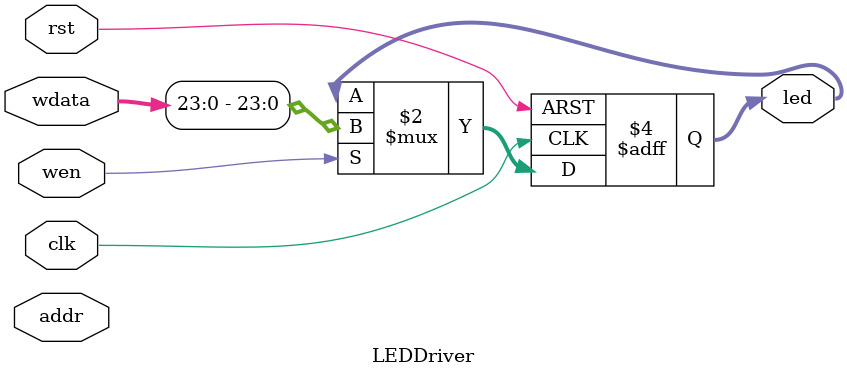
<source format=v>
module LEDDriver (
    input  wire        rst,
    input  wire        clk,
    input  wire [11:0] addr,
    input  wire        wen,
    input  wire [31:0] wdata,
    output reg  [23:0] led
);

  always @(posedge clk or posedge rst) begin
    if (rst) led <= 24'd0;
    else if (wen) led <= wdata[23:0];
  end

endmodule

</source>
